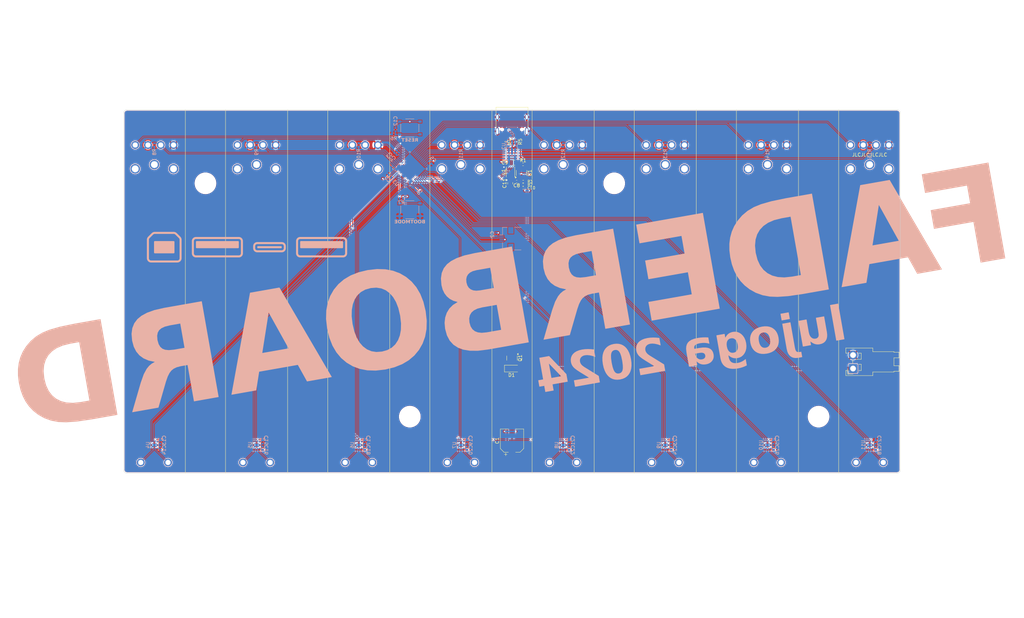
<source format=kicad_pcb>
(kicad_pcb
	(version 20240108)
	(generator "pcbnew")
	(generator_version "8.0")
	(general
		(thickness 1.6)
		(legacy_teardrops no)
	)
	(paper "A4")
	(layers
		(0 "F.Cu" signal)
		(31 "B.Cu" signal)
		(32 "B.Adhes" user "B.Adhesive")
		(33 "F.Adhes" user "F.Adhesive")
		(34 "B.Paste" user)
		(35 "F.Paste" user)
		(36 "B.SilkS" user "B.Silkscreen")
		(37 "F.SilkS" user "F.Silkscreen")
		(38 "B.Mask" user)
		(39 "F.Mask" user)
		(40 "Dwgs.User" user "User.Drawings")
		(41 "Cmts.User" user "User.Comments")
		(42 "Eco1.User" user "User.Eco1")
		(43 "Eco2.User" user "User.Eco2")
		(44 "Edge.Cuts" user)
		(45 "Margin" user)
		(46 "B.CrtYd" user "B.Courtyard")
		(47 "F.CrtYd" user "F.Courtyard")
		(48 "B.Fab" user)
		(49 "F.Fab" user)
		(50 "User.1" user)
		(51 "User.2" user)
		(52 "User.3" user)
		(53 "User.4" user)
		(54 "User.5" user)
		(55 "User.6" user)
		(56 "User.7" user)
		(57 "User.8" user)
		(58 "User.9" user)
	)
	(setup
		(stackup
			(layer "F.SilkS"
				(type "Top Silk Screen")
				(color "White")
			)
			(layer "F.Paste"
				(type "Top Solder Paste")
			)
			(layer "F.Mask"
				(type "Top Solder Mask")
				(color "Green")
				(thickness 0.01)
			)
			(layer "F.Cu"
				(type "copper")
				(thickness 0.035)
			)
			(layer "dielectric 1"
				(type "core")
				(thickness 1.51)
				(material "FR4")
				(epsilon_r 4.5)
				(loss_tangent 0.02)
			)
			(layer "B.Cu"
				(type "copper")
				(thickness 0.035)
			)
			(layer "B.Mask"
				(type "Bottom Solder Mask")
				(color "Green")
				(thickness 0.01)
			)
			(layer "B.Paste"
				(type "Bottom Solder Paste")
			)
			(layer "B.SilkS"
				(type "Bottom Silk Screen")
				(color "White")
			)
			(copper_finish "ENIG")
			(dielectric_constraints no)
		)
		(pad_to_mask_clearance 0)
		(allow_soldermask_bridges_in_footprints no)
		(pcbplotparams
			(layerselection 0x00010fc_ffffffff)
			(plot_on_all_layers_selection 0x0000000_00000000)
			(disableapertmacros no)
			(usegerberextensions yes)
			(usegerberattributes yes)
			(usegerberadvancedattributes yes)
			(creategerberjobfile no)
			(dashed_line_dash_ratio 12.000000)
			(dashed_line_gap_ratio 3.000000)
			(svgprecision 6)
			(plotframeref no)
			(viasonmask no)
			(mode 1)
			(useauxorigin no)
			(hpglpennumber 1)
			(hpglpenspeed 20)
			(hpglpendiameter 15.000000)
			(pdf_front_fp_property_popups yes)
			(pdf_back_fp_property_popups yes)
			(dxfpolygonmode yes)
			(dxfimperialunits yes)
			(dxfusepcbnewfont yes)
			(psnegative no)
			(psa4output no)
			(plotreference yes)
			(plotvalue yes)
			(plotfptext yes)
			(plotinvisibletext no)
			(sketchpadsonfab no)
			(subtractmaskfromsilk yes)
			(outputformat 1)
			(mirror no)
			(drillshape 0)
			(scaleselection 1)
			(outputdirectory "gerber/")
		)
	)
	(net 0 "")
	(net 1 "VDC")
	(net 2 "GND")
	(net 3 "+3V3")
	(net 4 "Net-(U1-LX)")
	(net 5 "/NRST")
	(net 6 "/BOOT0")
	(net 7 "/USART1_RX")
	(net 8 "/USART1_TX")
	(net 9 "Net-(U1-BS)")
	(net 10 "unconnected-(RV1-MountPin-PadMP)")
	(net 11 "unconnected-(RV1-MountPin-PadMP)_0")
	(net 12 "unconnected-(RV1-MountPin-PadMP)_1")
	(net 13 "unconnected-(RV2-MountPin-PadMP)")
	(net 14 "unconnected-(RV2-MountPin-PadMP)_0")
	(net 15 "unconnected-(RV2-MountPin-PadMP)_1")
	(net 16 "unconnected-(RV3-MountPin-PadMP)")
	(net 17 "unconnected-(RV3-MountPin-PadMP)_0")
	(net 18 "unconnected-(RV3-MountPin-PadMP)_1")
	(net 19 "VBUS")
	(net 20 "Net-(U1-FB)")
	(net 21 "Net-(D1-A)")
	(net 22 "Net-(J1-D+-PadA6)")
	(net 23 "Net-(J1-CC1)")
	(net 24 "unconnected-(J1-SBU2-PadB8)")
	(net 25 "Net-(J1-D--PadA7)")
	(net 26 "Net-(J1-CC2)")
	(net 27 "unconnected-(J1-SBU1-PadA8)")
	(net 28 "unconnected-(J2-MountPin-PadMP)")
	(net 29 "unconnected-(J2-MountPin-PadMP)_0")
	(net 30 "Net-(U1-EN)")
	(net 31 "TOUCH1")
	(net 32 "TOUCH2")
	(net 33 "TOUCH3")
	(net 34 "unconnected-(RV4-MountPin-PadMP)")
	(net 35 "unconnected-(RV4-MountPin-PadMP)_0")
	(net 36 "unconnected-(RV4-MountPin-PadMP)_1")
	(net 37 "unconnected-(RV5-MountPin-PadMP)")
	(net 38 "unconnected-(RV5-MountPin-PadMP)_0")
	(net 39 "unconnected-(RV5-MountPin-PadMP)_1")
	(net 40 "unconnected-(RV6-MountPin-PadMP)")
	(net 41 "unconnected-(RV6-MountPin-PadMP)_0")
	(net 42 "unconnected-(RV6-MountPin-PadMP)_1")
	(net 43 "unconnected-(RV7-MountPin-PadMP)")
	(net 44 "unconnected-(RV7-MountPin-PadMP)_0")
	(net 45 "unconnected-(RV7-MountPin-PadMP)_1")
	(net 46 "unconnected-(RV8-MountPin-PadMP)")
	(net 47 "unconnected-(RV8-MountPin-PadMP)_0")
	(net 48 "unconnected-(RV8-MountPin-PadMP)_1")
	(net 49 "TOUCH4")
	(net 50 "TOUCH5")
	(net 51 "TOUCH6")
	(net 52 "TOUCH7")
	(net 53 "TOUCH8")
	(net 54 "/Faders and motor control/B1")
	(net 55 "ADC1")
	(net 56 "/Faders and motor control/A1")
	(net 57 "/Faders and motor control/A2")
	(net 58 "/Faders and motor control/B2")
	(net 59 "ADC2")
	(net 60 "ADC3")
	(net 61 "/Faders and motor control/B3")
	(net 62 "/Faders and motor control/A3")
	(net 63 "ADC4")
	(net 64 "/Faders and motor control/A4")
	(net 65 "/Faders and motor control/B4")
	(net 66 "ADC5")
	(net 67 "/Faders and motor control/A5")
	(net 68 "/Faders and motor control/B5")
	(net 69 "/Faders and motor control/B6")
	(net 70 "ADC6")
	(net 71 "/Faders and motor control/A6")
	(net 72 "/Faders and motor control/B7")
	(net 73 "/Faders and motor control/A7")
	(net 74 "ADC7")
	(net 75 "/Faders and motor control/A8")
	(net 76 "ADC8")
	(net 77 "/Faders and motor control/B8")
	(net 78 "PWM7")
	(net 79 "DIR1")
	(net 80 "PWM5")
	(net 81 "DIR6")
	(net 82 "PWM1")
	(net 83 "PWM3")
	(net 84 "DIR8")
	(net 85 "PWM6")
	(net 86 "PWM8")
	(net 87 "NSLEEP")
	(net 88 "PWM4")
	(net 89 "DIR7")
	(net 90 "PWM2")
	(net 91 "DIR2")
	(net 92 "/USB_D+")
	(net 93 "/USB_D-")
	(net 94 "SWDIO{slash}DIR5")
	(net 95 "SWCLK{slash}DIR4")
	(net 96 "DIR3")
	(footprint "Package_TO_SOT_SMD:SOT-23" (layer "F.Cu") (at 147.5 97.56 -90))
	(footprint "Capacitor_SMD:CP_Elec_6.3x7.7" (layer "F.Cu") (at 147.5 121.79 90))
	(footprint "faderboard:Fader_Alps_RSA0N11M9A0J" (layer "F.Cu") (at 72.5 35))
	(footprint "Capacitor_SMD:C_0805_2012Metric" (layer "F.Cu") (at 148.11 40.175 180))
	(footprint "Inductor_SMD:L_Sunlord_SWPA252012S" (layer "F.Cu") (at 147.065 42.8925 -90))
	(footprint "Package_TO_SOT_SMD:SOT-23-6" (layer "F.Cu") (at 150.3 43.205 90))
	(footprint "faderboard:Fader_Alps_RSA0N11M9A0J" (layer "F.Cu") (at 222.5 35))
	(footprint "Capacitor_SMD:C_0402_1005Metric" (layer "F.Cu") (at 150.775 47.595))
	(footprint "Capacitor_SMD:C_0402_1005Metric" (layer "F.Cu") (at 148.87 45.715 180))
	(footprint "Capacitor_SMD:C_0805_2012Metric" (layer "F.Cu") (at 146.98 46.2425 -90))
	(footprint "faderboard:Fader_Alps_RSA0N11M9A0J" (layer "F.Cu") (at 42.5 35))
	(footprint "MountingHole:MountingHole_3.2mm_M3" (layer "F.Cu") (at 117.5 114.75))
	(footprint "MountingHole:MountingHole_3.2mm_M3" (layer "F.Cu") (at 177.5 46.25))
	(footprint "faderboard:Fader_Alps_RSA0N11M9A0J" (layer "F.Cu") (at 252.5 35))
	(footprint "Resistor_SMD:R_0402_1005Metric" (layer "F.Cu") (at 150.775 45.725 180))
	(footprint "faderboard:Fader_Alps_RSA0N11M9A0J" (layer "F.Cu") (at 162.5 35))
	(footprint "Resistor_SMD:R_0402_1005Metric" (layer "F.Cu") (at 150.74 40.685))
	(footprint "Resistor_SMD:R_0402_1005Metric" (layer "F.Cu") (at 148.75 34.04 -90))
	(footprint "faderboard:Fader_Alps_RSA0N11M9A0J" (layer "F.Cu") (at 102.5 35))
	(footprint "MountingHole:MountingHole_3.2mm_M3" (layer "F.Cu") (at 57.5 46.25))
	(footprint "Connector_USB:USB_C_Receptacle_HRO_TYPE-C-31-M-12" (layer "F.Cu") (at 147.5 27.84 180))
	(footprint "Connector_JST:JST_VH_S2P-VH_1x02_P3.96mm_Horizontal" (layer "F.Cu") (at 247.625 100.63 90))
	(footprint "faderboard:Fader_Alps_RSA0N11M9A0J" (layer "F.Cu") (at 132.5 35))
	(footprint "Resistor_SMD:R_0402_1005Metric" (layer "F.Cu") (at 150.775 46.665))
	(footprint "Diode_SMD:D_SOD-123F" (layer "F.Cu") (at 147.5 100.63))
	(footprint "Resistor_SMD:R_0402_1005Metric" (layer "F.Cu") (at 145.75 34.04 -90))
	(footprint "faderboard:Fader_Alps_RSA0N11M9A0J" (layer "F.Cu") (at 192.5 35))
	(footprint "MountingHole:MountingHole_3.2mm_M3" (layer "F.Cu") (at 237.5 114.75))
	(footprint "Package_SON:WSON-8-1EP_2x2mm_P0.5mm_EP0.9x1.6mm_ThermalVias" (layer "B.Cu") (at 252.5 123.1 90))
	(footprint "Capacitor_SMD:C_0402_1005Metric" (layer "B.Cu") (at 224.21 122.19 -90))
	(footprint "faderboard:Jushuo_AFC01-S04FCx-00_1x04-1MP_P0.50mm_Horizontal" (layer "B.Cu") (at 147.5 62.5 -90))
	(footprint "Resistor_SMD:R_0402_1005Metric" (layer "B.Cu") (at 112.78 31.875))
	(footprint "Package_SON:WSON-8-1EP_2x2mm_P0.5mm_EP0.9x1.6mm_ThermalVias" (layer "B.Cu") (at 102.5 123.1 90))
	(footprint "Capacitor_SMD:C_0402_1005Metric" (layer "B.Cu") (at 224.21 124.01 90))
	(footprint "Capacitor_SMD:C_0402_1005Metric" (layer "B.Cu") (at 194.21 122.19 -90))
	(footprint "Capacitor_SMD:C_0402_1005Metric" (layer "B.Cu") (at 104.21 124.01 90))
	(footprint "Package_SON:WSON-8-1EP_2x2mm_P0.5mm_EP0.9x1.6mm_ThermalVias"
		(layer "B.Cu")
		(uuid "3a87fa2e-2783-4786-bb91-75bddbfaa829")
		(at 132.5 123.1 90)
		(descr "8-Lead Plastic WSON, 2x2mm Body, 0.5mm Pitch, WSON-8, http://www.ti.com/lit/ds/symlink/lm27761.pdf")
		(tags "WSON 8 1EP ThermalVias")
		(property "Reference" "U7"
			(at 0 -1.9 -90)
			(layer "B.SilkS")
			(uuid "f2b7fdee-81de-4742-a2e9-73168582ff74")
			(effects
				(font
					(size 1 1)
					(thickness 0.15)
				)
				(justify mirror)
			)
		)
		(property "Value" "DRV8838"
			(at 0.01 -2.14 -90)
			(layer "B.Fab")
			(uuid "a923cc21-fbbd-4f27-a7cb-4b9dd710e8d5")
			(effects
				(font
					(size 1 1)
					(thickness 0.15)
				)
				(justify mirror)
			)
		)
		(property "Footprint" "Package_SON:WSON-8-1EP_2x2mm_P0.5mm_EP0.9x1.6mm_ThermalVias"
			(at 0 0 -90)
			(unlocked yes)
			(layer "B.Fab")
			(hide yes)
			(uuid "dc0b0bbd-aceb-4a9e-80de-8112ed901dbc")
			(effects
				(font
					(size 1.27 1.27)
					(thickness 0.15)
				)
				(justify mirror)
			)
		)
		(property "Datasheet" "http://www.ti.com/lit/ds/symlink/drv8837.pdf"
			(at 0 0 -90)
			(unlocked yes)
			(layer "B.Fab")
			(hide yes)
			(uuid "b154cd45-0676-42fb-adde-07af963c4583")
			(effects
				(font
					(size 1.27 1.27)
					(thickness 0.15)
				)
				(justify mirror)
			)
		)
		(property "Description" "H-Bridge driver, 1.8A, Low Voltage, PH/EN input, WSON-8"
			(at 0 0 -90)
			(unlocked yes)
			(layer "B.Fab")
			(hide yes)
			(uuid "1948780d-d1e4-4d08-9870-c8db7a48c06a")
			(effects
				(font
					(size 1.27 1.27)
					(thickness 0.15)
				)
				(justify mirror)
			)
		)
		(property ki_fp_filters "WSON*1EP*2x2mm*P0.5mm*")
		(path "/7e98d2d8-242d-4e31-bdce-eea112b90cb9/f40fa12b-d48a-4c6d-a008-2a0b1063af08")
		(sheetname "Faders and motor control")
		(sheetfile "faders.kicad_sch")
		(attr smd)
		(fp_line
			(start 1 -1.14)
			(end -1 -1.14)
			(stroke
				(width 0.12)
				(type solid)
			)
			(layer "B.SilkS")
			(uuid "ac5ecf47-5fa5-4afc-8502-3c220987f39c")
		)
		(fp_line
			(start 0.99 1.14)
			(end -1.01 1.14)
			(stroke
				(width 0.12)
				(type solid)
			)
			(layer "B.SilkS")
			(uuid "45147fb2-acc2-4560-ab03-e8d025f780a5")
		)
		(fp_poly
			(pts
				(xy -1.37 1.07) (xy -1.65 1.07) (xy -1.37 1.35) (xy -1.37 1.07)
			)
			(stroke
				(width 0.12)
				(type solid)
			)
			(fill solid)
			(layer "B.SilkS")
			(uuid "dd84f7e7-b51d-4bdb-84aa-8187ad9795ab")
		)
		(fp_line
			(start 1.6 -1.25)
			(end -1.6 -1.25)
			(stroke
				(width 0.05)
				(type solid)
			)
			(layer "B.CrtYd")
			(uuid "161b3adc-392f-4afb-bd6e-4187335410ca")
		)
		(fp_line
			(start 1.6 -1.25)
			(end 1.6 1.25)
			(stroke
				(width 0.05)
				(type solid)
			)
			(layer "B.CrtYd")
			(uuid "93d715d0-69ec-4782-8d71-bcb642ba1920")
		)
		(fp_line
			(start -1.6 -1.25)
			(end -1.6 1.25)
			(stroke
				(width 0.05)
				(type solid)
			)
			(layer "B.CrtYd")
			(uuid "7212b1d5-b70b-4cb5-966a-77990a100cc4")
		)
		(fp_line
			(start 1.6 1.25)
			(end -1.6 1.25)
			(stroke
				(width 0.05)
				(type solid)
			)
			(layer "B.CrtYd")
			(uuid "88608835-c5cb-423e-a39b-744f1de4eae5")
		)
		(fp_line
			(start 1 -1)
			(end 1 1)
			(stroke
				(width 0.1)
				(type solid)
			)
			(layer "B.Fab")
			(uuid "76861bda-b166-41cd-8c4b-f6ed017cf074")
		)
		(fp_line
			(start -1 -1)
			(end 1 -1)
			(stroke
				(width 0.1)
				(type solid)
			)
			(layer "B.Fab")
			(uuid "6de03afd-4cbd-4071-b311-c9938569a96e")
		)
		(fp_line
			(start -1 0.5)
			(end -1 -1)
			(stroke
				(width 0.1)
				(type solid)
			)
			(layer "B.Fab")
			(uuid "b6bbcb8f-cfb9-4425-aa9e-44224e8a5ed9")
		)
		(fp_line
			(start -1 0.5)
			(end -0.5 1)
			(stroke
				(width 0.1)
				(type solid)
			)
			(layer "B.Fab")
			(uuid "fe6bb5f7-2d86-410b-9796-5acdb7be9c4f")
		)
		(fp_line
			(start 1 1)
			(end -0.5 1)
			(stroke
				(width 0.1)
				(type solid)
			)
			(layer "B.Fab")
			(uuid "b540d12a-33d0-4a34-9262-61812c4bd8a0")
		)
		(fp_text user "${REFERENCE}"
			(at 0 0 -90)
			(layer "B.Fab")
			(uuid "49cf857a-c441-4cb6-bca9-62afb6994d2a")
			(effects
				(font
					(size 0.7 0.7)
					(thickness 0.1)
				)
				(justify mirror)
			)
		)
		(pad "" smd rect
			(at 0 -0.4 90)
			(size 0.75 0.65)
			(layers "B.Paste")
			(uuid "3e478de3-efdf-48ec-91ce-c90947725707")
		)
		(pad "" smd rect
			(at 0 0.4 90)
			(size 0.75 0.65)
			(layers "B.Paste")
			(uuid "620f942c-f40e-4e18-aefd-682c78252fef")
		)
		(pad "1" smd roundrect
			(at -0.95 0.75 90)
			(size 0.5 0.25)
			(layers "B.Cu" "B.Paste" "B.Mask")
			(roundrect_rratio 0.25)
			(net 1 "VDC")
			(pinfunction "VM")
			(pintype "power_in")
			(uuid "52e4ba0d-b520-4ee7-a63f-c3ebcf701571")
		)
		(pad "2" smd roundrect
			(at -0.95 0.25 90)
			(size 0.5 0.25)
			(layers "B.Cu" "B.Paste" "B.Mask")
			(roundrect_rratio 0.25)
			(net 64 "/Faders and motor control/A4")
			(pinfunction "OUT1")
			(pintype "output")
			(uuid "8c5711c6-2af5-400d-8dbb-0f03ea058a00")
		)
		(pad "3" smd roundrect
			(at -0.95 -0.25 90)
			(size 0.5 0.25)
			(layers "B.Cu" "B.Paste" "B.Mask")
			(roundrect_rratio 0.25)
			(net 65 "/Faders and motor control/B4")
			(pinfunction "OUT2")
			(pintype "output")
			(uuid "68a2a6af-4454-4803-9081-06f8fe19c06d")
		)
		(pad "4" smd roundrect
			(at -0.95 -0.75 90)
			(size 0.5 0.25)
			(layers "B.Cu" "B.Paste" "B.Mask")
			(roundrect_rratio 0.25)
			(net 2 "GND")
			(pinfunction "GND")
			(pintype "power_in")
			(uuid "caa83fb0-f7cf-406e-b2e2-8d01ff3dc83f")
		)
		(pad "5" smd roundrect
			(at 0.95 -0.75 90)
			(size 0.5 0.25)
... [883480 chars truncated]
</source>
